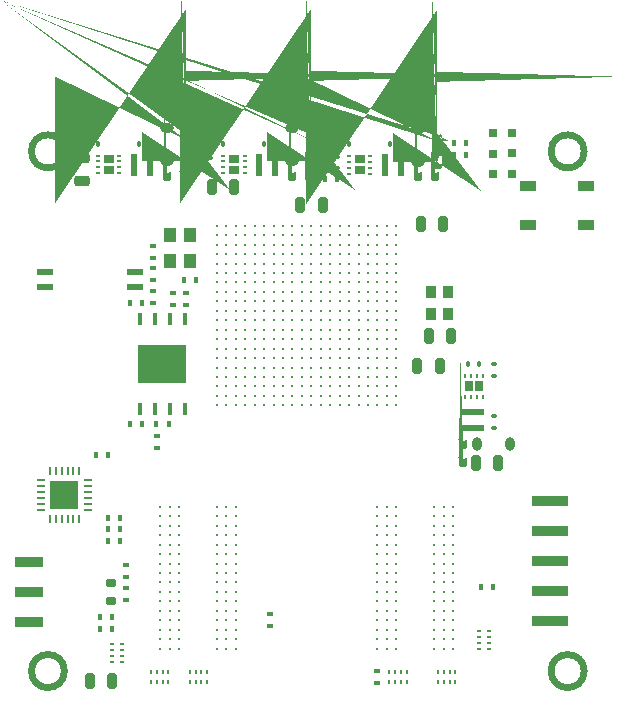
<source format=gbr>
%TF.GenerationSoftware,KiCad,Pcbnew,8.0.1*%
%TF.CreationDate,2024-05-09T15:37:21+08:00*%
%TF.ProjectId,ProDocument_ZYNQ7020_V1_2024-04-10,50726f44-6f63-4756-9d65-6e745f5a594e,rev?*%
%TF.SameCoordinates,Original*%
%TF.FileFunction,Paste,Top*%
%TF.FilePolarity,Positive*%
%FSLAX46Y46*%
G04 Gerber Fmt 4.6, Leading zero omitted, Abs format (unit mm)*
G04 Created by KiCad (PCBNEW 8.0.1) date 2024-05-09 15:37:21*
%MOMM*%
%LPD*%
G01*
G04 APERTURE LIST*
G04 Aperture macros list*
%AMRoundRect*
0 Rectangle with rounded corners*
0 $1 Rounding radius*
0 $2 $3 $4 $5 $6 $7 $8 $9 X,Y pos of 4 corners*
0 Add a 4 corners polygon primitive as box body*
4,1,4,$2,$3,$4,$5,$6,$7,$8,$9,$2,$3,0*
0 Add four circle primitives for the rounded corners*
1,1,$1+$1,$2,$3*
1,1,$1+$1,$4,$5*
1,1,$1+$1,$6,$7*
1,1,$1+$1,$8,$9*
0 Add four rect primitives between the rounded corners*
20,1,$1+$1,$2,$3,$4,$5,0*
20,1,$1+$1,$4,$5,$6,$7,0*
20,1,$1+$1,$6,$7,$8,$9,0*
20,1,$1+$1,$8,$9,$2,$3,0*%
%AMFreePoly0*
4,1,65,0.249727,0.612654,0.267171,0.609863,0.284295,0.605320,0.300684,0.599174,0.315397,0.591654,0.330463,0.581610,0.344517,0.570718,0.355718,0.559517,0.366610,0.545463,0.376654,0.530397,0.384174,0.515684,0.390320,0.499295,0.394863,0.482171,0.397662,0.464676,0.398800,0.445719,0.398800,-0.445719,0.397662,-0.464676,0.394863,-0.482171,0.390320,-0.499295,0.384174,-0.515684,
0.376654,-0.530397,0.366610,-0.545463,0.355718,-0.559517,0.344517,-0.570718,0.330463,-0.581610,0.315397,-0.591654,0.300684,-0.599174,0.284295,-0.605320,0.267171,-0.609863,0.249727,-0.612654,0.230252,-0.613800,-0.230719,-0.613800,-0.249676,-0.612662,-0.267171,-0.609863,-0.284295,-0.605320,-0.300684,-0.599174,-0.315397,-0.591654,-0.330463,-0.581610,-0.344517,-0.570718,-0.355718,-0.559517,
-0.366610,-0.545463,-0.376654,-0.530397,-0.384174,-0.515684,-0.390320,-0.499295,-0.394863,-0.482171,-0.397662,-0.464676,-0.398800,-0.445719,-0.398800,0.445719,-0.397662,0.464676,-0.394863,0.482171,-0.390320,0.499295,-0.384174,0.515684,-0.376654,0.530397,-0.366610,0.545463,-0.355718,0.559517,-0.344517,0.570718,-0.330463,0.581610,-0.315397,0.591654,-0.300684,0.599174,-0.284295,0.605320,
-0.267171,0.609863,-0.249676,0.612662,-0.230719,0.613800,0.230252,0.613800,0.249727,0.612654,0.249727,0.612654,$1*%
%AMFreePoly1*
4,1,65,0.249676,0.612662,0.267171,0.609863,0.284295,0.605320,0.300684,0.599174,0.315397,0.591654,0.330463,0.581610,0.344517,0.570718,0.355718,0.559517,0.366610,0.545463,0.376654,0.530397,0.384174,0.515684,0.390320,0.499295,0.394863,0.482171,0.397662,0.464676,0.398800,0.445719,0.398800,-0.445719,0.397662,-0.464676,0.394863,-0.482171,0.390320,-0.499295,0.384174,-0.515684,
0.376654,-0.530397,0.366610,-0.545463,0.355718,-0.559517,0.344517,-0.570718,0.330463,-0.581610,0.315397,-0.591654,0.300684,-0.599174,0.284295,-0.605320,0.267171,-0.609863,0.249676,-0.612662,0.230719,-0.613800,-0.230252,-0.613800,-0.249727,-0.612654,-0.267171,-0.609863,-0.284295,-0.605320,-0.300684,-0.599174,-0.315397,-0.591654,-0.330463,-0.581610,-0.344517,-0.570718,-0.355718,-0.559517,
-0.366610,-0.545463,-0.376654,-0.530397,-0.384174,-0.515684,-0.390320,-0.499295,-0.394863,-0.482171,-0.397662,-0.464676,-0.398800,-0.445719,-0.398800,0.445719,-0.397662,0.464676,-0.394863,0.482171,-0.390320,0.499295,-0.384174,0.515684,-0.376654,0.530397,-0.366610,0.545463,-0.355718,0.559517,-0.344517,0.570718,-0.330463,0.581610,-0.315397,0.591654,-0.300684,0.599174,-0.284295,0.605320,
-0.267171,0.609863,-0.249727,0.612654,-0.230252,0.613800,0.230719,0.613800,0.249676,0.612662,0.249676,0.612662,$1*%
%AMFreePoly2*
4,1,57,0.226483,0.387698,0.242318,0.384847,0.257206,0.380195,0.272191,0.373354,0.286102,0.365134,0.298598,0.355138,0.310138,0.343598,0.320134,0.331102,0.328354,0.317191,0.335195,0.302206,0.339847,0.287318,0.342698,0.271483,0.343800,0.252752,0.343800,-0.252752,0.342698,-0.271483,0.339847,-0.287318,0.335195,-0.302206,0.328354,-0.317191,0.320134,-0.331102,0.310138,-0.343598,
0.298598,-0.355138,0.286102,-0.365134,0.272191,-0.373354,0.257206,-0.380195,0.242318,-0.384847,0.226483,-0.387698,0.207752,-0.388800,-0.207752,-0.388800,-0.226483,-0.387698,-0.242318,-0.384847,-0.257206,-0.380195,-0.272191,-0.373354,-0.286102,-0.365134,-0.298598,-0.355138,-0.310138,-0.343598,-0.320134,-0.331102,-0.328354,-0.317191,-0.335195,-0.302206,-0.339847,-0.287318,-0.342698,-0.271483,
-0.343800,-0.252752,-0.343800,0.252752,-0.342698,0.271483,-0.339847,0.287318,-0.335195,0.302206,-0.328354,0.317191,-0.320134,0.331102,-0.310138,0.343598,-0.298598,0.355138,-0.286102,0.365134,-0.272191,0.373354,-0.257206,0.380195,-0.242318,0.384847,-0.226483,0.387698,-0.207752,0.388800,0.207752,0.388800,0.226483,0.387698,0.226483,0.387698,$1*%
%AMFreePoly3*
4,1,57,0.226483,0.387698,0.242318,0.384847,0.257206,0.380195,0.272191,0.373354,0.286102,0.365134,0.298598,0.355138,0.310138,0.343598,0.320134,0.331102,0.328354,0.317191,0.335195,0.302206,0.339847,0.287318,0.342698,0.271483,0.343800,0.252752,0.343800,-0.252752,0.342698,-0.271483,0.339847,-0.287318,0.335195,-0.302206,0.328354,-0.317191,0.320134,-0.331102,0.310138,-0.343598,
0.298598,-0.355138,0.286102,-0.365134,0.272191,-0.373354,0.257206,-0.380195,0.242318,-0.384847,0.226483,-0.387698,0.207752,-0.388800,-0.207752,-0.388800,-0.226483,-0.387698,-0.242318,-0.384847,-0.257206,-0.380195,-0.272191,-0.373354,-0.285694,-0.365375,-0.298185,-0.355126,-0.310469,-0.343183,-0.320134,-0.331102,-0.328354,-0.317191,-0.335195,-0.302206,-0.339847,-0.287318,-0.342698,-0.271483,
-0.343800,-0.252752,-0.343800,0.252752,-0.342698,0.271483,-0.339847,0.287318,-0.335195,0.302206,-0.328354,0.317191,-0.320134,0.331102,-0.310469,0.343183,-0.298185,0.355126,-0.285694,0.365375,-0.272191,0.373354,-0.257206,0.380195,-0.242318,0.384847,-0.226483,0.387698,-0.207752,0.388800,0.207752,0.388800,0.226483,0.387698,0.226483,0.387698,$1*%
G04 Aperture macros list end*
%ADD10C,0.600000*%
%ADD11RoundRect,0.101900X0.131900X-0.101900X0.131900X0.101900X-0.131900X0.101900X-0.131900X-0.101900X0*%
%ADD12C,0.247600*%
%ADD13RoundRect,0.211900X-0.211900X-0.436900X0.211900X-0.436900X0.211900X0.436900X-0.211900X0.436900X0*%
%ADD14R,0.850000X0.650000*%
%ADD15R,0.347600X0.147600*%
%ADD16RoundRect,0.101900X0.101900X0.131900X-0.101900X0.131900X-0.101900X-0.131900X0.101900X-0.131900X0*%
%ADD17RoundRect,0.096900X-0.146900X0.096900X-0.146900X-0.096900X0.146900X-0.096900X0.146900X0.096900X0*%
%ADD18R,0.352600X0.147600*%
%ADD19RoundRect,0.096900X0.146900X-0.096900X0.146900X0.096900X-0.146900X0.096900X-0.146900X-0.096900X0*%
%ADD20R,0.497600X1.847600*%
%ADD21RoundRect,0.101900X-0.131900X0.101900X-0.131900X-0.101900X0.131900X-0.101900X0.131900X0.101900X0*%
%ADD22C,0.197600*%
%ADD23O,0.698600X0.096600*%
%ADD24O,0.096600X0.698600*%
%ADD25R,2.347100X2.347100*%
%ADD26RoundRect,0.211900X0.211900X0.436900X-0.211900X0.436900X-0.211900X-0.436900X0.211900X-0.436900X0*%
%ADD27RoundRect,0.101900X-0.101900X-0.131900X0.101900X-0.131900X0.101900X0.131900X-0.101900X0.131900X0*%
%ADD28FreePoly0,90.000000*%
%ADD29FreePoly1,90.000000*%
%ADD30RoundRect,0.096900X0.096900X0.146900X-0.096900X0.146900X-0.096900X-0.146900X0.096900X-0.146900X0*%
%ADD31RoundRect,0.211900X-0.436900X0.211900X-0.436900X-0.211900X0.436900X-0.211900X0.436900X0.211900X0*%
%ADD32R,0.447600X1.047600*%
%ADD33R,4.147600X3.247600*%
%ADD34R,1.347600X0.847600*%
%ADD35RoundRect,0.096900X-0.096900X-0.146900X0.096900X-0.146900X0.096900X0.146900X-0.096900X0.146900X0*%
%ADD36R,0.947600X1.047600*%
%ADD37FreePoly2,180.000000*%
%ADD38FreePoly3,180.000000*%
%ADD39R,0.647600X0.647600*%
%ADD40R,0.147600X0.352600*%
%ADD41R,2.357600X0.847600*%
%ADD42R,1.847600X0.497600*%
%ADD43O,1.143600X0.847600*%
%ADD44R,1.371600X0.609600*%
%ADD45FreePoly2,90.000000*%
%ADD46FreePoly3,90.000000*%
%ADD47R,3.017600X0.867600*%
%ADD48RoundRect,0.186900X-0.211900X0.186900X-0.211900X-0.186900X0.211900X-0.186900X0.211900X0.186900X0*%
%ADD49R,1.047600X1.247600*%
%ADD50O,0.847600X1.143600*%
%ADD51R,0.650000X0.850000*%
%ADD52R,0.147600X0.347600*%
G04 APERTURE END LIST*
D10*
X208179203Y-55310798D02*
G75*
G02*
X205379203Y-55310798I-1400000J0D01*
G01*
X205379203Y-55310798D02*
G75*
G02*
X208179203Y-55310798I1400000J0D01*
G01*
X164179203Y-55310797D02*
G75*
G02*
X161379203Y-55310797I-1400000J0D01*
G01*
X161379203Y-55310797D02*
G75*
G02*
X164179203Y-55310797I1400000J0D01*
G01*
X208179203Y-99310797D02*
G75*
G02*
X205379203Y-99310797I-1400000J0D01*
G01*
X205379203Y-99310797D02*
G75*
G02*
X208179203Y-99310797I1400000J0D01*
G01*
X164179203Y-99310797D02*
G75*
G02*
X161379203Y-99310797I-1400000J0D01*
G01*
X161379203Y-99310797D02*
G75*
G02*
X164179203Y-99310797I1400000J0D01*
G01*
D11*
%TO.C,R53*%
X200579202Y-74310798D03*
X200579202Y-73350798D03*
%TD*%
D12*
%TO.C,U6*%
X190679203Y-85410797D03*
X191479203Y-85410797D03*
X192279203Y-85410797D03*
X195479203Y-85410797D03*
X196279203Y-85410797D03*
X197079203Y-85410797D03*
X190679203Y-86210797D03*
X191479203Y-86210797D03*
X192279203Y-86210797D03*
X195479203Y-86210797D03*
X196279203Y-86210797D03*
X197079203Y-86210797D03*
X190679203Y-87010797D03*
X191479203Y-87010797D03*
X192279203Y-87010797D03*
X195479203Y-87010797D03*
X196279203Y-87010797D03*
X197079203Y-87010797D03*
X190679203Y-87810797D03*
X191479203Y-87810797D03*
X192279203Y-87810797D03*
X195479203Y-87810797D03*
X196279203Y-87810797D03*
X197079203Y-87810797D03*
X190679203Y-88610797D03*
X191479203Y-88610797D03*
X192279203Y-88610797D03*
X195479203Y-88610797D03*
X196279203Y-88610797D03*
X197079203Y-88610797D03*
X190679203Y-89410797D03*
X191479203Y-89410797D03*
X192279203Y-89410797D03*
X195479203Y-89410797D03*
X196279203Y-89410797D03*
X197079203Y-89410797D03*
X190679203Y-90210797D03*
X191479203Y-90210797D03*
X192279203Y-90210797D03*
X195479203Y-90210797D03*
X196279203Y-90210797D03*
X197079203Y-90210797D03*
X190679203Y-91010797D03*
X191479203Y-91010797D03*
X192279203Y-91010797D03*
X195479203Y-91010797D03*
X196279203Y-91010797D03*
X197079203Y-91010797D03*
X190679203Y-91810797D03*
X191479203Y-91810797D03*
X192279203Y-91810797D03*
X195479203Y-91810797D03*
X196279203Y-91810797D03*
X197079203Y-91810797D03*
X190679203Y-92610797D03*
X191479203Y-92610797D03*
X192279203Y-92610797D03*
X195479203Y-92610797D03*
X196279203Y-92610797D03*
X197079203Y-92610797D03*
X190679203Y-93410797D03*
X191479203Y-93410797D03*
X192279203Y-93410797D03*
X195479203Y-93410797D03*
X196279203Y-93410797D03*
X197079203Y-93410797D03*
X190679203Y-94210797D03*
X191479203Y-94210797D03*
X192279203Y-94210797D03*
X195479203Y-94210797D03*
X196279203Y-94210797D03*
X197079203Y-94210797D03*
X190679203Y-95010797D03*
X191479203Y-95010797D03*
X192279203Y-95010797D03*
X195479203Y-95010797D03*
X196279203Y-95010797D03*
X197079203Y-95010797D03*
X190679203Y-95810797D03*
X191479203Y-95810797D03*
X192279203Y-95810797D03*
X195479203Y-95810797D03*
X196279203Y-95810797D03*
X197079203Y-95810797D03*
X190679203Y-96610797D03*
X191479203Y-96610797D03*
X192279203Y-96610797D03*
X195479203Y-96610797D03*
X196279203Y-96610797D03*
X197079203Y-96610797D03*
X190679203Y-97410797D03*
X191479203Y-97410797D03*
X192279203Y-97410797D03*
X195479203Y-97410797D03*
X196279203Y-97410797D03*
X197079203Y-97410797D03*
%TD*%
D13*
%TO.C,C85*%
X199019203Y-81710798D03*
X200919203Y-81710798D03*
%TD*%
D14*
%TO.C,U13*%
X178529202Y-55973295D03*
X178529202Y-56848295D03*
D15*
X177629202Y-55660795D03*
X177629202Y-56160795D03*
X177629202Y-56660795D03*
X177629202Y-57160795D03*
X179429202Y-57160795D03*
X179429202Y-56660795D03*
X179429202Y-56160795D03*
X179429202Y-55660795D03*
%TD*%
D16*
%TO.C,R55*%
X188282893Y-54685796D03*
X187322893Y-54685796D03*
%TD*%
D17*
%TO.C,R31*%
X173379202Y-67290801D03*
X173379202Y-68310799D03*
%TD*%
D18*
%TO.C,RN6*%
X169079204Y-97010797D03*
X169079204Y-97510797D03*
X169079204Y-98010797D03*
X169079204Y-98510797D03*
X168224204Y-98510797D03*
X168224204Y-98010797D03*
X168224204Y-97510797D03*
X168224204Y-97010797D03*
%TD*%
D17*
%TO.C,R29*%
X174479203Y-67290799D03*
X174479203Y-68310797D03*
%TD*%
D19*
%TO.C,R76*%
X171679203Y-68110798D03*
X171679203Y-67090800D03*
%TD*%
D20*
%TO.C,L12*%
X191332893Y-56485796D03*
X192682893Y-56485796D03*
%TD*%
D14*
%TO.C,U12*%
X167929205Y-55973295D03*
X167929205Y-56848295D03*
D15*
X167029205Y-55660795D03*
X167029205Y-56160795D03*
X167029205Y-56660795D03*
X167029205Y-57160795D03*
X168829205Y-57160795D03*
X168829205Y-56660795D03*
X168829205Y-56160795D03*
X168829205Y-55660795D03*
%TD*%
D21*
%TO.C,R54*%
X200579203Y-77750799D03*
X200579203Y-78710799D03*
%TD*%
D22*
%TO.C,U7*%
X177079203Y-76810797D03*
X177079203Y-76010798D03*
X177079203Y-75210797D03*
X177079203Y-74410797D03*
X177079203Y-73610797D03*
X177079203Y-72810797D03*
X177079202Y-72010797D03*
X177079203Y-71210797D03*
X177079203Y-70410798D03*
X177079203Y-69610797D03*
X177079203Y-68810797D03*
X177079203Y-68010796D03*
X177079203Y-67210797D03*
X177079202Y-66410797D03*
X177079203Y-65610797D03*
X177079203Y-64810797D03*
X177079203Y-64010797D03*
X177079203Y-63210797D03*
X177079203Y-62410796D03*
X177079203Y-61610797D03*
X177879202Y-76810797D03*
X177879203Y-76010797D03*
X177879203Y-75210797D03*
X177879203Y-74410797D03*
X177879203Y-73610797D03*
X177879202Y-72810797D03*
X177879203Y-72010797D03*
X177879202Y-71210797D03*
X177879203Y-70410797D03*
X177879203Y-69610797D03*
X177879203Y-68810797D03*
X177879203Y-68010797D03*
X177879202Y-67210797D03*
X177879203Y-66410797D03*
X177879202Y-65610797D03*
X177879203Y-64810797D03*
X177879203Y-64010797D03*
X177879203Y-63210797D03*
X177879203Y-62410797D03*
X177879202Y-61610797D03*
X178679203Y-76810797D03*
X178679203Y-76010797D03*
X178679203Y-75210797D03*
X178679203Y-74410797D03*
X178679203Y-73610797D03*
X178679203Y-72810797D03*
X178679203Y-72010797D03*
X178679203Y-71210797D03*
X178679203Y-70410797D03*
X178679203Y-69610797D03*
X178679203Y-68810797D03*
X178679203Y-68010797D03*
X178679203Y-67210797D03*
X178679203Y-66410797D03*
X178679203Y-65610797D03*
X178679203Y-64810797D03*
X178679203Y-64010797D03*
X178679203Y-63210797D03*
X178679203Y-62410797D03*
X178679203Y-61610797D03*
X179479203Y-76810797D03*
X179479203Y-76010797D03*
X179479203Y-75210797D03*
X179479203Y-74410797D03*
X179479203Y-73610797D03*
X179479203Y-72810797D03*
X179479203Y-72010797D03*
X179479203Y-71210797D03*
X179479203Y-70410797D03*
X179479203Y-69610797D03*
X179479203Y-68810797D03*
X179479203Y-68010797D03*
X179479203Y-67210797D03*
X179479203Y-66410797D03*
X179479203Y-65610797D03*
X179479203Y-64810797D03*
X179479203Y-64010797D03*
X179479203Y-63210797D03*
X179479203Y-62410797D03*
X179479203Y-61610797D03*
X180279203Y-76810797D03*
X180279203Y-76010797D03*
X180279203Y-75210797D03*
X180279203Y-74410797D03*
X180279203Y-73610797D03*
X180279203Y-72810797D03*
X180279203Y-72010797D03*
X180279203Y-71210797D03*
X180279203Y-70410797D03*
X180279203Y-69610797D03*
X180279203Y-68810797D03*
X180279203Y-68010797D03*
X180279203Y-67210797D03*
X180279203Y-66410797D03*
X180279203Y-65610797D03*
X180279203Y-64810797D03*
X180279203Y-64010797D03*
X180279203Y-63210797D03*
X180279203Y-62410797D03*
X180279203Y-61610797D03*
X181079203Y-76810797D03*
X181079203Y-76010798D03*
X181079203Y-75210797D03*
X181079203Y-74410797D03*
X181079203Y-73610797D03*
X181079203Y-72810797D03*
X181079204Y-72010797D03*
X181079203Y-71210797D03*
X181079203Y-70410798D03*
X181079203Y-69610797D03*
X181079203Y-68810797D03*
X181079203Y-68010796D03*
X181079203Y-67210797D03*
X181079204Y-66410797D03*
X181079203Y-65610797D03*
X181079203Y-64810797D03*
X181079203Y-64010797D03*
X181079203Y-63210797D03*
X181079203Y-62410796D03*
X181079203Y-61610797D03*
X181879203Y-76810798D03*
X181879203Y-76010797D03*
X181879203Y-75210797D03*
X181879203Y-74410797D03*
X181879203Y-73610797D03*
X181879203Y-72810796D03*
X181879203Y-72010797D03*
X181879203Y-71210798D03*
X181879203Y-70410797D03*
X181879203Y-69610797D03*
X181879203Y-68810797D03*
X181879203Y-68010797D03*
X181879203Y-67210796D03*
X181879203Y-66410797D03*
X181879203Y-65610798D03*
X181879203Y-64810797D03*
X181879203Y-64010797D03*
X181879203Y-63210797D03*
X181879203Y-62410797D03*
X181879203Y-61610796D03*
X182679203Y-76810797D03*
X182679203Y-76010798D03*
X182679203Y-75210797D03*
X182679203Y-74410797D03*
X182679203Y-73610797D03*
X182679203Y-72810797D03*
X182679202Y-72010797D03*
X182679203Y-71210797D03*
X182679203Y-70410798D03*
X182679203Y-69610797D03*
X182679203Y-68810797D03*
X182679203Y-68010796D03*
X182679203Y-67210797D03*
X182679202Y-66410797D03*
X182679203Y-65610797D03*
X182679203Y-64810797D03*
X182679203Y-64010797D03*
X182679203Y-63210797D03*
X182679203Y-62410796D03*
X182679203Y-61610797D03*
X183479202Y-76810797D03*
X183479203Y-76010797D03*
X183479203Y-75210797D03*
X183479203Y-74410797D03*
X183479203Y-73610797D03*
X183479202Y-72810797D03*
X183479203Y-72010797D03*
X183479202Y-71210797D03*
X183479203Y-70410797D03*
X183479203Y-69610797D03*
X183479203Y-68810797D03*
X183479203Y-68010797D03*
X183479202Y-67210797D03*
X183479203Y-66410797D03*
X183479202Y-65610797D03*
X183479203Y-64810797D03*
X183479203Y-64010797D03*
X183479203Y-63210797D03*
X183479203Y-62410797D03*
X183479202Y-61610797D03*
X184279203Y-76810797D03*
X184279203Y-76010797D03*
X184279203Y-75210797D03*
X184279203Y-74410797D03*
X184279203Y-73610797D03*
X184279203Y-72810797D03*
X184279203Y-72010797D03*
X184279203Y-71210797D03*
X184279203Y-70410797D03*
X184279203Y-69610797D03*
X184279203Y-68810797D03*
X184279203Y-68010797D03*
X184279203Y-67210797D03*
X184279203Y-66410797D03*
X184279203Y-65610797D03*
X184279203Y-64810797D03*
X184279203Y-64010797D03*
X184279203Y-63210797D03*
X184279203Y-62410797D03*
X184279203Y-61610797D03*
X185079203Y-76810797D03*
X185079203Y-76010797D03*
X185079203Y-75210797D03*
X185079203Y-74410797D03*
X185079203Y-73610797D03*
X185079203Y-72810797D03*
X185079203Y-72010797D03*
X185079203Y-71210797D03*
X185079203Y-70410797D03*
X185079203Y-69610797D03*
X185079203Y-68810797D03*
X185079203Y-68010797D03*
X185079203Y-67210797D03*
X185079203Y-66410797D03*
X185079203Y-65610797D03*
X185079203Y-64810797D03*
X185079203Y-64010797D03*
X185079203Y-63210797D03*
X185079203Y-62410797D03*
X185079203Y-61610797D03*
X185879204Y-76810797D03*
X185879203Y-76010797D03*
X185879203Y-75210797D03*
X185879203Y-74410797D03*
X185879203Y-73610797D03*
X185879204Y-72810797D03*
X185879203Y-72010797D03*
X185879204Y-71210797D03*
X185879203Y-70410797D03*
X185879203Y-69610797D03*
X185879203Y-68810797D03*
X185879203Y-68010797D03*
X185879204Y-67210797D03*
X185879203Y-66410797D03*
X185879204Y-65610797D03*
X185879203Y-64810797D03*
X185879203Y-64010797D03*
X185879203Y-63210797D03*
X185879203Y-62410797D03*
X185879204Y-61610797D03*
X186679203Y-76810797D03*
X186679203Y-76010798D03*
X186679203Y-75210797D03*
X186679203Y-74410797D03*
X186679203Y-73610797D03*
X186679203Y-72810797D03*
X186679204Y-72010797D03*
X186679203Y-71210797D03*
X186679203Y-70410798D03*
X186679203Y-69610797D03*
X186679203Y-68810797D03*
X186679203Y-68010796D03*
X186679203Y-67210797D03*
X186679204Y-66410797D03*
X186679203Y-65610797D03*
X186679203Y-64810797D03*
X186679203Y-64010797D03*
X186679203Y-63210797D03*
X186679203Y-62410796D03*
X186679203Y-61610797D03*
X187479203Y-76810798D03*
X187479203Y-76010797D03*
X187479203Y-75210797D03*
X187479203Y-74410797D03*
X187479203Y-73610797D03*
X187479203Y-72810796D03*
X187479203Y-72010797D03*
X187479203Y-71210798D03*
X187479203Y-70410797D03*
X187479203Y-69610797D03*
X187479203Y-68810797D03*
X187479203Y-68010797D03*
X187479203Y-67210796D03*
X187479203Y-66410797D03*
X187479203Y-65610798D03*
X187479203Y-64810797D03*
X187479203Y-64010797D03*
X187479203Y-63210797D03*
X187479203Y-62410797D03*
X187479203Y-61610796D03*
X188279203Y-76810797D03*
X188279203Y-76010798D03*
X188279203Y-75210797D03*
X188279203Y-74410797D03*
X188279203Y-73610797D03*
X188279203Y-72810797D03*
X188279202Y-72010797D03*
X188279203Y-71210797D03*
X188279203Y-70410798D03*
X188279203Y-69610797D03*
X188279203Y-68810797D03*
X188279203Y-68010796D03*
X188279203Y-67210797D03*
X188279202Y-66410797D03*
X188279203Y-65610797D03*
X188279203Y-64810797D03*
X188279203Y-64010797D03*
X188279203Y-63210797D03*
X188279203Y-62410796D03*
X188279203Y-61610797D03*
X189079203Y-76810797D03*
X189079203Y-76010797D03*
X189079203Y-75210797D03*
X189079203Y-74410797D03*
X189079203Y-73610797D03*
X189079203Y-72810797D03*
X189079203Y-72010797D03*
X189079203Y-71210797D03*
X189079203Y-70410797D03*
X189079203Y-69610797D03*
X189079203Y-68810797D03*
X189079203Y-68010797D03*
X189079203Y-67210797D03*
X189079203Y-66410797D03*
X189079203Y-65610797D03*
X189079203Y-64810797D03*
X189079203Y-64010797D03*
X189079203Y-63210797D03*
X189079203Y-62410797D03*
X189079203Y-61610797D03*
X189879203Y-76810797D03*
X189879203Y-76010797D03*
X189879203Y-75210797D03*
X189879203Y-74410797D03*
X189879203Y-73610797D03*
X189879203Y-72810797D03*
X189879203Y-72010797D03*
X189879203Y-71210797D03*
X189879203Y-70410797D03*
X189879203Y-69610797D03*
X189879203Y-68810797D03*
X189879203Y-68010797D03*
X189879203Y-67210797D03*
X189879203Y-66410797D03*
X189879203Y-65610797D03*
X189879203Y-64810797D03*
X189879203Y-64010797D03*
X189879203Y-63210797D03*
X189879203Y-62410797D03*
X189879203Y-61610797D03*
X190679203Y-76810797D03*
X190679203Y-76010797D03*
X190679203Y-75210797D03*
X190679203Y-74410797D03*
X190679203Y-73610797D03*
X190679203Y-72810797D03*
X190679203Y-72010797D03*
X190679203Y-71210797D03*
X190679203Y-70410797D03*
X190679203Y-69610797D03*
X190679203Y-68810797D03*
X190679203Y-68010797D03*
X190679203Y-67210797D03*
X190679203Y-66410797D03*
X190679203Y-65610797D03*
X190679203Y-64810797D03*
X190679203Y-64010797D03*
X190679203Y-63210797D03*
X190679203Y-62410797D03*
X190679203Y-61610797D03*
X191479204Y-76810797D03*
X191479203Y-76010797D03*
X191479203Y-75210797D03*
X191479203Y-74410797D03*
X191479203Y-73610797D03*
X191479204Y-72810797D03*
X191479203Y-72010797D03*
X191479204Y-71210797D03*
X191479203Y-70410797D03*
X191479203Y-69610797D03*
X191479203Y-68810797D03*
X191479203Y-68010797D03*
X191479204Y-67210797D03*
X191479203Y-66410797D03*
X191479204Y-65610797D03*
X191479203Y-64810797D03*
X191479203Y-64010797D03*
X191479203Y-63210797D03*
X191479203Y-62410797D03*
X191479204Y-61610797D03*
X192279203Y-76810797D03*
X192279203Y-76010798D03*
X192279203Y-75210797D03*
X192279203Y-74410797D03*
X192279203Y-73610797D03*
X192279203Y-72810797D03*
X192279204Y-72010797D03*
X192279203Y-71210797D03*
X192279203Y-70410798D03*
X192279203Y-69610797D03*
X192279203Y-68810797D03*
X192279203Y-68010796D03*
X192279203Y-67210797D03*
X192279204Y-66410797D03*
X192279203Y-65610797D03*
X192279203Y-64810797D03*
X192279203Y-64010797D03*
X192279203Y-63210797D03*
X192279203Y-62410796D03*
X192279203Y-61610797D03*
%TD*%
D23*
%TO.C,U8*%
X166203703Y-85655297D03*
X166203703Y-85154797D03*
X166203703Y-84654797D03*
X166203703Y-84154297D03*
X166203703Y-83656297D03*
X166203703Y-83155797D03*
D24*
X165434203Y-82386297D03*
X164936203Y-82386297D03*
X164435703Y-82386297D03*
X163935203Y-82386297D03*
X163435203Y-82386297D03*
X162934703Y-82386297D03*
D23*
X162154703Y-83155797D03*
X162154703Y-83656297D03*
X162154703Y-84154297D03*
X162154703Y-84654797D03*
X162154703Y-85154797D03*
X162154703Y-85655297D03*
D24*
X162934703Y-86435297D03*
X163435203Y-86435297D03*
X163935203Y-86435297D03*
X164435703Y-86435297D03*
X164936203Y-86435297D03*
X165434203Y-86435297D03*
D25*
X164179203Y-84410797D03*
%TD*%
D26*
%TO.C,C66*%
X196266348Y-61490254D03*
X194366348Y-61490254D03*
%TD*%
D27*
%TO.C,R35*%
X166069205Y-53660795D03*
X167029205Y-53660795D03*
%TD*%
D28*
%TO.C,C52*%
X174429204Y-56160796D03*
D29*
X174429204Y-54380796D03*
%TD*%
D30*
%TO.C,R40*%
X167879203Y-81010797D03*
X166859205Y-81010797D03*
%TD*%
D31*
%TO.C,C77*%
X165679206Y-55900795D03*
X165679206Y-57800795D03*
%TD*%
D18*
%TO.C,RN1*%
X199279203Y-97410797D03*
X199279203Y-96910797D03*
X199279203Y-96410797D03*
X199279203Y-95910797D03*
X200134203Y-95910797D03*
X200134203Y-96410797D03*
X200134203Y-96910797D03*
X200134203Y-97410797D03*
%TD*%
D20*
%TO.C,L9*%
X180679202Y-56460795D03*
X182029202Y-56460795D03*
%TD*%
D32*
%TO.C,U10*%
X174384204Y-69510798D03*
X173114204Y-69511298D03*
X171844204Y-69511298D03*
X170574204Y-69510798D03*
X170574204Y-77110798D03*
X171844204Y-77110798D03*
X173114204Y-77110798D03*
X174384204Y-77110798D03*
D33*
X172478704Y-73311298D03*
%TD*%
D13*
%TO.C,C32*%
X166305203Y-100110797D03*
X168205203Y-100110797D03*
%TD*%
D30*
%TO.C,R24*%
X168179203Y-95710797D03*
X167159205Y-95710797D03*
%TD*%
D34*
%TO.C,U11*%
X208329204Y-61560797D03*
X208329204Y-58260797D03*
X203429204Y-58260797D03*
X203429204Y-61560797D03*
%TD*%
D27*
%TO.C,R49*%
X191722894Y-54685797D03*
X192682894Y-54685797D03*
%TD*%
D13*
%TO.C,C80*%
X195027703Y-70910797D03*
X196927703Y-70910797D03*
%TD*%
D19*
%TO.C,R21*%
X190600000Y-100319998D03*
X190600000Y-99300000D03*
%TD*%
D20*
%TO.C,L8*%
X170079205Y-56460795D03*
X171429205Y-56460795D03*
%TD*%
D16*
%TO.C,R48*%
X177629203Y-54660796D03*
X176669203Y-54660796D03*
%TD*%
D19*
%TO.C,R25*%
X169379203Y-93320796D03*
X169379203Y-92300798D03*
%TD*%
D35*
%TO.C,R42*%
X167879204Y-87310797D03*
X168899202Y-87310797D03*
%TD*%
D36*
%TO.C,X2*%
X196679204Y-69110798D03*
X196679204Y-67210798D03*
X195179202Y-67210798D03*
X195179202Y-69110798D03*
%TD*%
D17*
%TO.C,R74*%
X171679203Y-65190800D03*
X171679203Y-66210798D03*
%TD*%
D11*
%TO.C,R44*%
X176529202Y-56840795D03*
X176529202Y-55880795D03*
%TD*%
D14*
%TO.C,U15*%
X189182893Y-55998296D03*
X189182893Y-56873296D03*
D15*
X188282893Y-55685796D03*
X188282893Y-56185796D03*
X188282893Y-56685796D03*
X188282893Y-57185796D03*
X190082893Y-57185796D03*
X190082893Y-56685796D03*
X190082893Y-56185796D03*
X190082893Y-55685796D03*
%TD*%
D17*
%TO.C,R18*%
X181579203Y-94510797D03*
X181579203Y-95530795D03*
%TD*%
D30*
%TO.C,R73*%
X170779204Y-68110797D03*
X169759206Y-68110797D03*
%TD*%
D37*
%TO.C,R50*%
X183429201Y-57360795D03*
D38*
X184919203Y-57360795D03*
%TD*%
D35*
%TO.C,R17*%
X199479203Y-92210797D03*
X200499201Y-92210797D03*
%TD*%
D19*
%TO.C,R75*%
X171679203Y-64310797D03*
X171679203Y-63290799D03*
%TD*%
D39*
%TO.C,LED1*%
X202051000Y-53790000D03*
X200450500Y-53795000D03*
%TD*%
D30*
%TO.C,R78*%
X198209999Y-55610800D03*
X197190001Y-55610800D03*
%TD*%
D40*
%TO.C,RN5*%
X171479203Y-99383297D03*
X171979203Y-99383297D03*
X172479203Y-99383297D03*
X172979203Y-99383297D03*
X172979203Y-100238297D03*
X172479203Y-100238297D03*
X171979203Y-100238297D03*
X171479203Y-100238297D03*
%TD*%
D30*
%TO.C,R77*%
X198209999Y-54600000D03*
X197190001Y-54600000D03*
%TD*%
D41*
%TO.C,J1*%
X161179203Y-95150797D03*
X161179203Y-92610797D03*
X161179203Y-90070797D03*
%TD*%
D42*
%TO.C,L11*%
X198779204Y-77360798D03*
X198779204Y-78710798D03*
%TD*%
D37*
%TO.C,R59*%
X172829204Y-57360795D03*
D38*
X174319206Y-57360795D03*
%TD*%
D43*
%TO.C,C29*%
X183429204Y-56160795D03*
X183429204Y-53360797D03*
%TD*%
D11*
%TO.C,R52*%
X187232893Y-56745796D03*
X187232893Y-55785796D03*
%TD*%
D44*
%TO.C,SW1*%
X162559202Y-65510798D03*
X162559202Y-66780798D03*
X170179202Y-66780798D03*
X170179202Y-65510798D03*
%TD*%
D43*
%TO.C,C28*%
X172829204Y-56160795D03*
X172829204Y-53360797D03*
%TD*%
D19*
%TO.C,R26*%
X169379204Y-91330796D03*
X169379204Y-90310798D03*
%TD*%
D27*
%TO.C,R47*%
X181069202Y-54660796D03*
X182029202Y-54660796D03*
%TD*%
D39*
%TO.C,LED3*%
X202051000Y-57190000D03*
X200450500Y-57195000D03*
%TD*%
D30*
%TO.C,R81*%
X187252891Y-57685796D03*
X186232893Y-57685796D03*
%TD*%
D13*
%TO.C,C81*%
X184143849Y-59841298D03*
X186043849Y-59841298D03*
%TD*%
D35*
%TO.C,R30*%
X169709207Y-78410797D03*
X170729205Y-78410797D03*
%TD*%
D37*
%TO.C,R61*%
X194082893Y-57385796D03*
D38*
X195572895Y-57385796D03*
%TD*%
D45*
%TO.C,R60*%
X197879204Y-80110797D03*
D46*
X197879204Y-81600799D03*
%TD*%
D47*
%TO.C,CN3*%
X205258203Y-95090796D03*
X205258203Y-92550797D03*
X205258203Y-90010797D03*
X205258203Y-87470797D03*
X205258203Y-84930798D03*
%TD*%
D48*
%TO.C,C20*%
X168092348Y-91840254D03*
X168092348Y-93390254D03*
%TD*%
D35*
%TO.C,R27*%
X174279205Y-66210797D03*
X175299203Y-66210797D03*
%TD*%
D16*
%TO.C,R46*%
X167029204Y-54660795D03*
X166069204Y-54660795D03*
%TD*%
D19*
%TO.C,R32*%
X171979203Y-80430795D03*
X171979203Y-79410797D03*
%TD*%
D28*
%TO.C,C72*%
X185029203Y-56160796D03*
D29*
X185029203Y-54380796D03*
%TD*%
D39*
%TO.C,LED2*%
X202051000Y-55490000D03*
X200450500Y-55495000D03*
%TD*%
D35*
%TO.C,R23*%
X167159204Y-94710797D03*
X168179202Y-94710797D03*
%TD*%
%TO.C,R43*%
X167879204Y-88310797D03*
X168899202Y-88310797D03*
%TD*%
D40*
%TO.C,RN4*%
X191679204Y-99355797D03*
X192179204Y-99355797D03*
X192679204Y-99355797D03*
X193179204Y-99355797D03*
X193179204Y-100210797D03*
X192679204Y-100210797D03*
X192179204Y-100210797D03*
X191679204Y-100210797D03*
%TD*%
D49*
%TO.C,X1*%
X173079204Y-62410798D03*
X173079204Y-64610798D03*
X174829204Y-64610798D03*
X174829204Y-62410798D03*
%TD*%
D50*
%TO.C,C83*%
X199079202Y-80110797D03*
X201879200Y-80110797D03*
%TD*%
D13*
%TO.C,C4*%
X176669201Y-58360797D03*
X178569201Y-58360797D03*
%TD*%
D28*
%TO.C,C87*%
X195682894Y-56185796D03*
D29*
X195682894Y-54405796D03*
%TD*%
D51*
%TO.C,U14*%
X199266704Y-75210797D03*
X198391704Y-75210797D03*
D52*
X199579204Y-74310797D03*
X199079204Y-74310797D03*
X198579204Y-74310797D03*
X198079204Y-74310797D03*
X198079204Y-76110797D03*
X198579204Y-76110797D03*
X199079204Y-76110797D03*
X199579204Y-76110797D03*
%TD*%
D12*
%TO.C,U5*%
X172279203Y-85410797D03*
X173079203Y-85410797D03*
X173879203Y-85410797D03*
X177079203Y-85410797D03*
X177879203Y-85410797D03*
X178679203Y-85410797D03*
X172279203Y-86210797D03*
X173079203Y-86210797D03*
X173879203Y-86210797D03*
X177079203Y-86210797D03*
X177879203Y-86210797D03*
X178679203Y-86210797D03*
X172279203Y-87010797D03*
X173079203Y-87010797D03*
X173879203Y-87010797D03*
X177079203Y-87010797D03*
X177879203Y-87010797D03*
X178679203Y-87010797D03*
X172279203Y-87810797D03*
X173079203Y-87810797D03*
X173879203Y-87810797D03*
X177079203Y-87810797D03*
X177879203Y-87810797D03*
X178679203Y-87810797D03*
X172279203Y-88610797D03*
X173079203Y-88610797D03*
X173879203Y-88610797D03*
X177079203Y-88610797D03*
X177879203Y-88610797D03*
X178679203Y-88610797D03*
X172279203Y-89410797D03*
X173079203Y-89410797D03*
X173879203Y-89410797D03*
X177079203Y-89410797D03*
X177879203Y-89410797D03*
X178679203Y-89410797D03*
X172279203Y-90210797D03*
X173079203Y-90210797D03*
X173879203Y-90210797D03*
X177079203Y-90210797D03*
X177879203Y-90210797D03*
X178679203Y-90210797D03*
X172279203Y-91010797D03*
X173079203Y-91010797D03*
X173879203Y-91010797D03*
X177079203Y-91010797D03*
X177879203Y-91010797D03*
X178679203Y-91010797D03*
X172279203Y-91810797D03*
X173079203Y-91810797D03*
X173879203Y-91810797D03*
X177079203Y-91810797D03*
X177879203Y-91810797D03*
X178679203Y-91810797D03*
X172279203Y-92610797D03*
X173079203Y-92610797D03*
X173879203Y-92610797D03*
X177079203Y-92610797D03*
X177879203Y-92610797D03*
X178679203Y-92610797D03*
X172279203Y-93410797D03*
X173079203Y-93410797D03*
X173879203Y-93410797D03*
X177079203Y-93410797D03*
X177879203Y-93410797D03*
X178679203Y-93410797D03*
X172279203Y-94210797D03*
X173079203Y-94210797D03*
X173879203Y-94210797D03*
X177079203Y-94210797D03*
X177879203Y-94210797D03*
X178679203Y-94210797D03*
X172279203Y-95010797D03*
X173079203Y-95010797D03*
X173879203Y-95010797D03*
X177079203Y-95010797D03*
X177879203Y-95010797D03*
X178679203Y-95010797D03*
X172279203Y-95810797D03*
X173079203Y-95810797D03*
X173879203Y-95810797D03*
X177079203Y-95810797D03*
X177879203Y-95810797D03*
X178679203Y-95810797D03*
X172279203Y-96610797D03*
X173079203Y-96610797D03*
X173879203Y-96610797D03*
X177079203Y-96610797D03*
X177879203Y-96610797D03*
X178679203Y-96610797D03*
X172279203Y-97410797D03*
X173079203Y-97410797D03*
X173879203Y-97410797D03*
X177079203Y-97410797D03*
X177879203Y-97410797D03*
X178679203Y-97410797D03*
%TD*%
D43*
%TO.C,C86*%
X194082893Y-56185796D03*
X194082893Y-53385798D03*
%TD*%
D27*
%TO.C,R45*%
X170469204Y-54660795D03*
X171429204Y-54660795D03*
%TD*%
D40*
%TO.C,RN3*%
X174779203Y-99383297D03*
X175279203Y-99383297D03*
X175779203Y-99383297D03*
X176279203Y-99383297D03*
X176279203Y-100238297D03*
X175779203Y-100238297D03*
X175279203Y-100238297D03*
X174779203Y-100238297D03*
%TD*%
D30*
%TO.C,R39*%
X172989203Y-78410797D03*
X171969205Y-78410797D03*
%TD*%
D40*
%TO.C,RN2*%
X195779203Y-99355797D03*
X196279203Y-99355797D03*
X196779203Y-99355797D03*
X197279203Y-99355797D03*
X197279203Y-100210797D03*
X196779203Y-100210797D03*
X196279203Y-100210797D03*
X195779203Y-100210797D03*
%TD*%
D30*
%TO.C,R41*%
X168899201Y-86310797D03*
X167879203Y-86310797D03*
%TD*%
D13*
%TO.C,C46*%
X194040847Y-73490254D03*
X195940847Y-73490254D03*
%TD*%
D27*
%TO.C,R51*%
X198319204Y-73310797D03*
X199279204Y-73310797D03*
%TD*%
M02*

</source>
